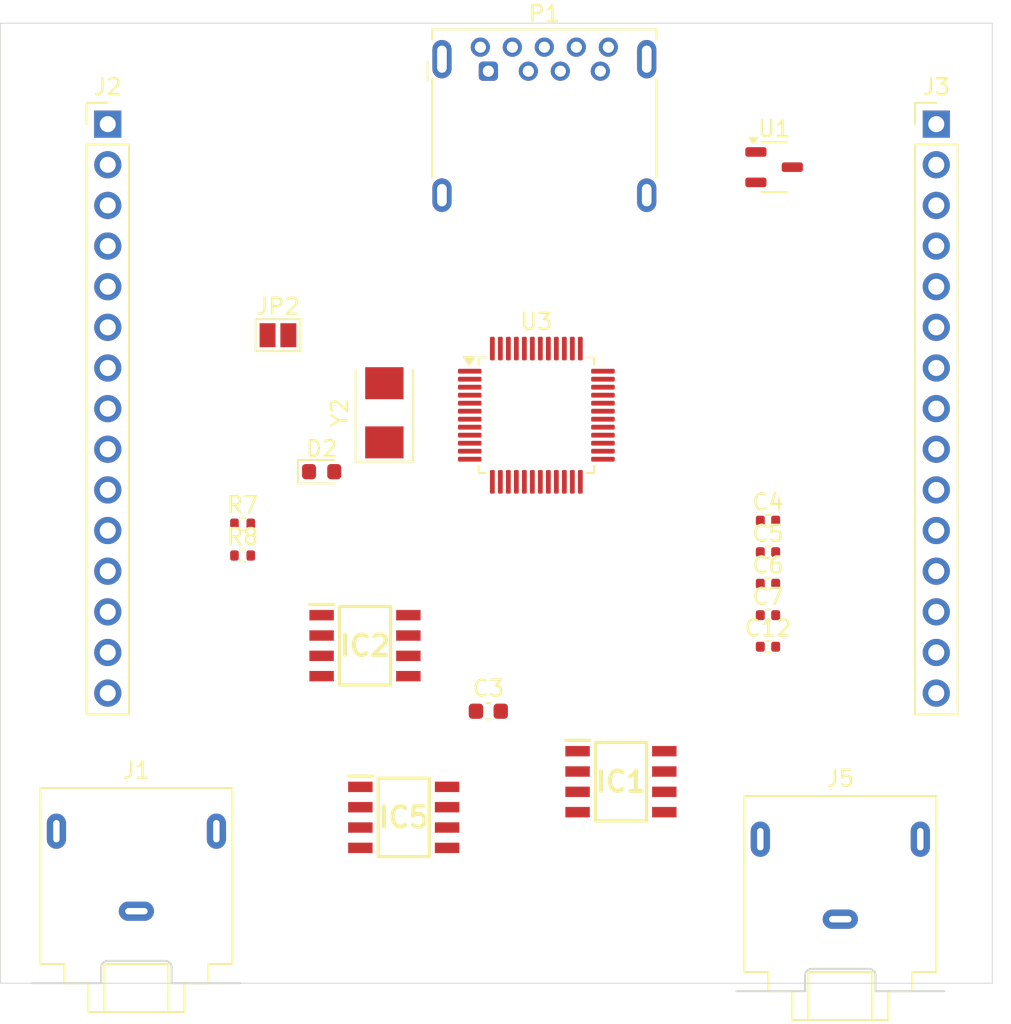
<source format=kicad_pcb>
(kicad_pcb (version 20240108) (generator "pcbnew") (generator_version "8.0")
  (layers (0 "F.Cu" signal) (31 "B.Cu" signal) (34 "B.Paste" user) (35 "F.Paste" user) (36 "B.SilkS" user "B.Silkscreen") (37 "F.SilkS" user "F.Silkscreen") (38 "B.Mask" user) (39 "F.Mask" user) (44 "Edge.Cuts" user))
  (net 0 "")
  (net 1 "+3.3V")
  (net 2 "Net-(IC3-VIN)")
  (net 3 "Net-(D2-A)")
  (net 5 "/Analog Front End/raw-audio")
  (net 7 "PB1")
  (net 8 "GND")
  (net 9 "PB2")
  (net 11 "Net-(IC1--IN)")
  (net 12 "PB8")
  (net 13 "PB5")
  (net 14 "SPI_SCK")
  (net 15 "SPI_CS_N_ADC")
  (net 16 "PB12")
  (net 17 "PB4")
  (net 18 "SPI_MISO")
  (net 19 "PB3")
  (net 20 "Vref")
  (net 21 "PB10")
  (net 22 "PB0")
  (net 23 "/Digital/analog-raw-audio")
  (net 24 "PB9")
  (net 25 "Net-(IC5--IN)")
  (net 26 "PB13")
  (net 27 "PB14")
  (net 31 "PB11")
  (net 32 "PB7")
  (net 33 "PB6")
  (net 34 "Net-(IC5-OUTPUT)")
  (net 35 "Net-(J1-PadS)")
  (net 36 "PA1")
  (net 37 "PA9")
  (net 38 "PA6")
  (net 39 "PA2")
  (net 40 "PA4")
  (net 41 "PA8")
  (net 42 "PA0")
  (net 43 "PA10")
  (net 44 "PA13")
  (net 45 "PA11")
  (net 46 "VDD")
  (net 47 "PA3")
  (net 48 "PA14")
  (net 49 "PA5")
  (net 50 "PA7")
  (net 51 "PA12")
  (net 52 "Net-(JP2-B)")
  (net 53 "/Digital/usb_data_p")
  (net 54 "/Digital/usb_data_n")
  (net 55 "Net-(U3-PD1)")
  (net 57 "SPI_CS_N_DAC")
  (net 58 "SPI_MOSI")
  (net 59 "Net-(U3-PD0)")
  (net 63 "PB15")
  (net 64 "+3.3VA")
  (footprint "LED_SMD:LED_0603_1608Metric" (layer "F.Cu") (at 133.08 102.03)
    (property "Reference" "D2" (at 0 -1.43 0) (layer "F.SilkS"))
    (property "Value" "BLUE")
    (fp_line (start -1.485 -0.735) (end -1.485 0.735) (stroke (width 0.12)) (layer "F.SilkS"))
    (fp_line (start -1.485 0.735) (end 0.8 0.735) (stroke (width 0.12)) (layer "F.SilkS"))
    (fp_line (start 0.8 -0.735) (end -1.485 -0.735) (stroke (width 0.12)) (layer "F.SilkS"))
    (pad "1" smd roundrect (at -0.7875 0) (size 0.875 0.95) (layers "F.Cu" "F.Paste" "F.Mask") (net 8 "GND"))
    (pad "2" smd roundrect (at 0.7875 0) (size 0.875 0.95) (layers "F.Cu" "F.Paste" "F.Mask") (net 3 "Net-(D2-A)"))
  )
  (footprint "Resistor_SMD:R_0402_1005Metric" (layer "F.Cu") (at 128.14 105.28)
    (property "Reference" "R7" (at 0 -1.17 0) (layer "F.SilkS"))
    (property "Value" "10k")
    (fp_line (start -0.153641 -0.38) (end 0.153641 -0.38) (stroke (width 0.12)) (layer "F.SilkS"))
    (fp_line (start -0.153641 0.38) (end 0.153641 0.38) (stroke (width 0.12)) (layer "F.SilkS"))
    (pad "1" smd roundrect (at -0.51 0) (size 0.54 0.64) (layers "F.Cu" "F.Paste" "F.Mask") (net 52 "Net-(JP2-B)"))
    (pad "2" smd roundrect (at 0.51 0) (size 0.54 0.64) (layers "F.Cu" "F.Paste" "F.Mask") (net 8 "GND"))
  )
  (footprint "Capacitor_SMD:C_0402_1005Metric" (layer "F.Cu") (at 160.98 111)
    (property "Reference" "C7" (at 0 -1.16 0) (layer "F.SilkS"))
    (property "Value" "100n")
    (fp_line (start -0.107836 -0.36) (end 0.107836 -0.36) (stroke (width 0.12)) (layer "F.SilkS"))
    (fp_line (start -0.107836 0.36) (end 0.107836 0.36) (stroke (width 0.12)) (layer "F.SilkS"))
    (pad "1" smd roundrect (at -0.48 0) (size 0.56 0.62) (layers "F.Cu" "F.Paste" "F.Mask") (net 1 "+3.3V"))
    (pad "2" smd roundrect (at 0.48 0) (size 0.56 0.62) (layers "F.Cu" "F.Paste" "F.Mask") (net 8 "GND"))
  )
  (footprint "Resistor_SMD:R_0402_1005Metric" (layer "F.Cu") (at 128.14 107.27)
    (property "Reference" "R8" (at 0 -1.17 0) (layer "F.SilkS"))
    (property "Value" "10k")
    (fp_line (start -0.153641 -0.38) (end 0.153641 -0.38) (stroke (width 0.12)) (layer "F.SilkS"))
    (fp_line (start -0.153641 0.38) (end 0.153641 0.38) (stroke (width 0.12)) (layer "F.SilkS"))
    (pad "1" smd roundrect (at -0.51 0) (size 0.54 0.64) (layers "F.Cu" "F.Paste" "F.Mask") (net 1 "+3.3V"))
    (pad "2" smd roundrect (at 0.51 0) (size 0.54 0.64) (layers "F.Cu" "F.Paste" "F.Mask") (net 53 "/Digital/usb_data_p"))
  )
  (footprint "Package_TO_SOT_SMD:SOT-23-3" (layer "F.Cu") (at 161.3625 83)
    (property "Reference" "U1" (at 0 -2.4 0) (layer "F.SilkS"))
    (property "Value" "XC6206PxxxMR")
    (fp_line (start 0 -1.56) (end -0.8 -1.56) (stroke (width 0.12)) (layer "F.SilkS"))
    (fp_line (start 0 -1.56) (end 0.8 -1.56) (stroke (width 0.12)) (layer "F.SilkS"))
    (fp_line (start 0 1.56) (end -0.8 1.56) (stroke (width 0.12)) (layer "F.SilkS"))
    (fp_line (start 0 1.56) (end 0.8 1.56) (stroke (width 0.12)) (layer "F.SilkS"))
    (fp_poly (pts (xy -1.3 -1.51) (xy -1.54 -1.84) (xy -1.06 -1.84) (xy -1.3 -1.51)) (stroke (width 0.12)) (fill solid) (layer "F.SilkS"))
    (pad "1" smd roundrect (at -1.1375 -0.95) (size 1.325 0.6) (layers "F.Cu" "F.Paste" "F.Mask") (net 8 "GND"))
    (pad "2" smd roundrect (at -1.1375 0.95) (size 1.325 0.6) (layers "F.Cu" "F.Paste" "F.Mask") (net 1 "+3.3V"))
    (pad "3" smd roundrect (at 1.1375 0) (size 1.325 0.6) (layers "F.Cu" "F.Paste" "F.Mask") (net 46 "VDD"))
  )
  (footprint "Capacitor_SMD:C_0402_1005Metric" (layer "F.Cu") (at 160.98 109.03)
    (property "Reference" "C6" (at 0 -1.16 0) (layer "F.SilkS"))
    (property "Value" "100n")
    (fp_line (start -0.107836 -0.36) (end 0.107836 -0.36) (stroke (width 0.12)) (layer "F.SilkS"))
    (fp_line (start -0.107836 0.36) (end 0.107836 0.36) (stroke (width 0.12)) (layer "F.SilkS"))
    (pad "1" smd roundrect (at -0.48 0) (size 0.56 0.62) (layers "F.Cu" "F.Paste" "F.Mask") (net 1 "+3.3V"))
    (pad "2" smd roundrect (at 0.48 0) (size 0.56 0.62) (layers "F.Cu" "F.Paste" "F.Mask") (net 8 "GND"))
  )
  (footprint "Capacitor_SMD:C_0603_1608Metric" (layer "F.Cu") (at 143.5 117)
    (property "Reference" "C3" (at 0 -1.43 0) (layer "F.SilkS"))
    (property "Value" "4u7")
    (fp_line (start -0.14058 -0.51) (end 0.14058 -0.51) (stroke (width 0.12)) (layer "F.SilkS"))
    (fp_line (start -0.14058 0.51) (end 0.14058 0.51) (stroke (width 0.12)) (layer "F.SilkS"))
    (pad "1" smd roundrect (at -0.775 0) (size 0.9 0.95) (layers "F.Cu" "F.Paste" "F.Mask") (net 1 "+3.3V"))
    (pad "2" smd roundrect (at 0.775 0) (size 0.9 0.95) (layers "F.Cu" "F.Paste" "F.Mask") (net 8 "GND"))
  )
  (footprint "Crystal:Crystal_SMD_5032-2Pin_5.0x3.2mm" (layer "F.Cu") (at 137 98.35 90)
    (property "Reference" "Y2" (at 0 -2.8 90) (layer "F.SilkS"))
    (property "Value" "8MHz")
    (fp_line (start 2.7 -1.8) (end -3.05 -1.8) (stroke (width 0.12)) (layer "F.SilkS"))
    (fp_line (start -3.05 -1.8) (end -3.05 1.8) (stroke (width 0.12)) (layer "F.SilkS"))
    (fp_line (start -3.05 1.8) (end 2.7 1.8) (stroke (width 0.12)) (layer "F.SilkS"))
    (pad "1" smd rect (at -1.85 0 90) (size 2 2.4) (layers "F.Cu" "F.Paste" "F.Mask") (net 59 "Net-(U3-PD0)"))
    (pad "2" smd rect (at 1.85 0 90) (size 2 2.4) (layers "F.Cu" "F.Paste" "F.Mask") (net 55 "Net-(U3-PD1)"))
  )
  (footprint "Connector_Audio:Jack_3.5mm_CUI_SJ1-3523N_Horizontal" (layer "F.Cu") (at 165.5 130)
    (property "Reference" "J5" (at 0 -8.8 0) (layer "F.SilkS"))
    (property "Value" "Output Jack")
    (fp_line (start -6 -7.7) (end 6 -7.7) (stroke (width 0.12)) (layer "F.SilkS"))
    (fp_line (start -6 3.3) (end -6 -7.7) (stroke (width 0.12)) (layer "F.SilkS"))
    (fp_line (start -4.5 3.3) (end -6 3.3) (stroke (width 0.12)) (layer "F.SilkS"))
    (fp_line (start -4.5 4.5) (end -4.5 3.3) (stroke (width 0.12)) (layer "F.SilkS"))
    (fp_line (start -3 4.5) (end -4.5 4.5) (stroke (width 0.12)) (layer "F.SilkS"))
    (fp_line (start -3 6.3) (end -3 4.5) (stroke (width 0.12)) (layer "F.SilkS"))
    (fp_line (start -2 3.3) (end -2 6.3) (stroke (width 0.12)) (layer "F.SilkS"))
    (fp_line (start 2 3.3) (end -2 3.3) (stroke (width 0.12)) (layer "F.SilkS"))
    (fp_line (start 2 6.3) (end 2 3.3) (stroke (width 0.12)) (layer "F.SilkS"))
    (fp_line (start 3 4.5) (end 3 6.3) (stroke (width 0.12)) (layer "F.SilkS"))
    (fp_line (start 3 6.3) (end -3 6.3) (stroke (width 0.12)) (layer "F.SilkS"))
    (fp_line (start 4.5 3.3) (end 4.5 4.5) (stroke (width 0.12)) (layer "F.SilkS"))
    (fp_line (start 4.5 4.5) (end 3 4.5) (stroke (width 0.12)) (layer "F.SilkS"))
    (fp_line (start 6 -7.7) (end 6 3.3) (stroke (width 0.12)) (layer "F.SilkS"))
    (fp_line (start 6 3.3) (end 4.5 3.3) (stroke (width 0.12)) (layer "F.SilkS"))
    (fp_line (start -2.2 3.5) (end -2.2 4.5) (stroke (width 0.12)) (layer "Edge.Cuts"))
    (fp_line (start -2.2 4.5) (end -6.5 4.5) (stroke (width 0.12)) (layer "Edge.Cuts"))
    (fp_line (start 1.8 3.1) (end -1.8 3.1) (stroke (width 0.12)) (layer "Edge.Cuts"))
    (fp_line (start 2.2 3.5) (end 2.2 4.5) (stroke (width 0.12)) (layer "Edge.Cuts"))
    (fp_line (start 2.2 4.5) (end 6.5 4.5) (stroke (width 0.12)) (layer "Edge.Cuts"))
    (fp_arc (start -2.2 3.5) (mid -2.082842 3.217158) (end -1.8 3.1) (stroke (width 0.12)) (layer "Edge.Cuts"))
    (fp_arc (start 1.8 3.1) (mid 2.082843 3.217157) (end 2.2 3.5) (stroke (width 0.12)) (layer "Edge.Cuts"))
    (pad "" np_thru_hole circle (at -5 0) (size 1.2 1.2) (drill 1.2) (layers "F&B.Cu" "*.Mask"))
    (pad "" np_thru_hole circle (at -5 2.5) (size 1.2 1.2) (drill 1.2) (layers "F&B.Cu" "*.Mask"))
    (pad "" np_thru_hole circle (at 0 -5) (size 1.2 1.2) (drill 1.2) (layers "F&B.Cu" "*.Mask"))
    (pad "" np_thru_hole circle (at 5 0) (size 1.2 1.2) (drill 1.2) (layers "F&B.Cu" "*.Mask"))
    (pad "" np_thru_hole circle (at 5 2.5) (size 1.2 1.2) (drill 1.2) (layers "F&B.Cu" "*.Mask"))
    (pad "R" thru_hole oval (at -5 -5) (size 1.2 2.2) (drill oval 0.4 1.4) (layers "*.Cu" "*.Mask"))
    (pad "S" thru_hole oval (at 0 0) (size 2.2 1.2) (drill oval 1.4 0.4) (layers "*.Cu" "*.Mask") (net 34 "Net-(IC5-OUTPUT)"))
    (pad "T" thru_hole oval (at 5 -5 180) (size 1.2 2.2) (drill oval 0.4 1.4) (layers "*.Cu" "*.Mask") (net 8 "GND"))
  )
  (footprint "cagil_footprint_library:SOIC127P600X175-8N" (layer "F.Cu") (at 138.211 123.635)
    (property "Reference" "IC5" (at 0 0 0) (layer "F.SilkS") (effects (font (size 1.27 1.27) (thickness 0.254))))
    (property "Value" "OPA134UA_2K5" (hide yes))
    (fp_line (start -3.475 -2.58) (end -1.948 -2.58) (stroke (width 0.2)) (layer "F.SilkS"))
    (fp_line (start -1.598 -2.452) (end 1.598 -2.452) (stroke (width 0.2)) (layer "F.SilkS"))
    (fp_line (start -1.598 2.452) (end -1.598 -2.452) (stroke (width 0.2)) (layer "F.SilkS"))
    (fp_line (start 1.598 -2.452) (end 1.598 2.452) (stroke (width 0.2)) (layer "F.SilkS"))
    (fp_line (start 1.598 2.452) (end -1.598 2.452) (stroke (width 0.2)) (layer "F.SilkS"))
    (pad "1" smd rect (at -2.711 -1.905 90) (size 0.65 1.528) (layers "F.Cu" "F.Paste" "F.Mask"))
    (pad "2" smd rect (at -2.711 -0.635 90) (size 0.65 1.528) (layers "F.Cu" "F.Paste" "F.Mask") (net 25 "Net-(IC5--IN)"))
    (pad "3" smd rect (at -2.711 0.635 90) (size 0.65 1.528) (layers "F.Cu" "F.Paste" "F.Mask") (net 8 "GND"))
    (pad "4" smd rect (at -2.711 1.905 90) (size 0.65 1.528) (layers "F.Cu" "F.Paste" "F.Mask") (net 8 "GND"))
    (pad "5" smd rect (at 2.711 1.905 90) (size 0.65 1.528) (layers "F.Cu" "F.Paste" "F.Mask"))
    (pad "6" smd rect (at 2.711 0.635 90) (size 0.65 1.528) (layers "F.Cu" "F.Paste" "F.Mask") (net 34 "Net-(IC5-OUTPUT)"))
    (pad "7" smd rect (at 2.711 -0.635 90) (size 0.65 1.528) (layers "F.Cu" "F.Paste" "F.Mask") (net 64 "+3.3VA"))
    (pad "8" smd rect (at 2.711 -1.905 90) (size 0.65 1.528) (layers "F.Cu" "F.Paste" "F.Mask"))
  )
  (footprint "Connector_PinHeader_2.54mm:PinHeader_1x15_P2.54mm_Vertical" (layer "F.Cu") (at 119.71 80.31)
    (property "Reference" "J2" (at 0 -2.33 0) (layer "F.SilkS"))
    (property "Value" "Conn_01x15")
    (fp_line (start -1.33 -1.33) (end 0 -1.33) (stroke (width 0.12)) (layer "F.SilkS"))
    (fp_line (start -1.33 0) (end -1.33 -1.33) (stroke (width 0.12)) (layer "F.SilkS"))
    (fp_line (start -1.33 1.27) (end -1.33 36.89) (stroke (width 0.12)) (layer "F.SilkS"))
    (fp_line (start -1.33 1.27) (end 1.33 1.27) (stroke (width 0.12)) (layer "F.SilkS"))
    (fp_line (start -1.33 36.89) (end 1.33 36.89) (stroke (width 0.12)) (layer "F.SilkS"))
    (fp_line (start 1.33 1.27) (end 1.33 36.89) (stroke (width 0.12)) (layer "F.SilkS"))
    (pad "1" thru_hole rect (at 0 0) (size 1.7 1.7) (drill 1) (layers "*.Cu" "*.Mask") (net 22 "PB0"))
    (pad "2" thru_hole oval (at 0 2.54) (size 1.7 1.7) (drill 1) (layers "*.Cu" "*.Mask") (net 7 "PB1"))
    (pad "3" thru_hole oval (at 0 5.08) (size 1.7 1.7) (drill 1) (layers "*.Cu" "*.Mask") (net 9 "PB2"))
    (pad "4" thru_hole oval (at 0 7.62) (size 1.7 1.7) (drill 1) (layers "*.Cu" "*.Mask") (net 19 "PB3"))
    (pad "5" thru_hole oval (at 0 10.16) (size 1.7 1.7) (drill 1) (layers "*.Cu" "*.Mask") (net 17 "PB4"))
    (pad "6" thru_hole oval (at 0 12.7) (size 1.7 1.7) (drill 1) (layers "*.Cu" "*.Mask") (net 13 "PB5"))
    (pad "7" thru_hole oval (at 0 15.24) (size 1.7 1.7) (drill 1) (layers "*.Cu" "*.Mask") (net 33 "PB6"))
    (pad "8" thru_hole oval (at 0 17.78) (size 1.7 1.7) (drill 1) (layers "*.Cu" "*.Mask") (net 32 "PB7"))
    (pad "9" thru_hole oval (at 0 20.32) (size 1.7 1.7) (drill 1) (layers "*.Cu" "*.Mask") (net 12 "PB8"))
    (pad "10" thru_hole oval (at 0 22.86) (size 1.7 1.7) (drill 1) (layers "*.Cu" "*.Mask") (net 24 "PB9"))
    (pad "11" thru_hole oval (at 0 25.4) (size 1.7 1.7) (drill 1) (layers "*.Cu" "*.Mask") (net 21 "PB10"))
    (pad "12" thru_hole oval (at 0 27.94) (size 1.7 1.7) (drill 1) (layers "*.Cu" "*.Mask") (net 31 "PB11"))
    (pad "13" thru_hole oval (at 0 30.48) (size 1.7 1.7) (drill 1) (layers "*.Cu" "*.Mask") (net 16 "PB12"))
    (pad "14" thru_hole oval (at 0 33.02) (size 1.7 1.7) (drill 1) (layers "*.Cu" "*.Mask") (net 26 "PB13"))
    (pad "15" thru_hole oval (at 0 35.56) (size 1.7 1.7) (drill 1) (layers "*.Cu" "*.Mask") (net 27 "PB14"))
  )
  (footprint "Connector_USB:USB3_A_Molex_48393-001" (layer "F.Cu") (at 143.5 77)
    (property "Reference" "P1" (at 3.5 -3.6 360) (layer "F.SilkS"))
    (property "Value" "USB_C_Plug_USB2.0")
    (fp_line (start -3.8 -0.6) (end -3.8 0.6) (stroke (width 0.12)) (layer "F.SilkS"))
    (fp_line (start -3.51 -2.61) (end -3.51 -2) (stroke (width 0.12)) (layer "F.SilkS"))
    (fp_line (start -3.51 -2.61) (end 10.51 -2.61) (stroke (width 0.12)) (layer "F.SilkS"))
    (fp_line (start -3.51 6.65) (end -3.51 0.5) (stroke (width 0.12)) (layer "F.SilkS"))
    (fp_line (start 10.51 -2.61) (end 10.51 -2) (stroke (width 0.12)) (layer "F.SilkS"))
    (fp_line (start 10.51 6.65) (end 10.51 0.5) (stroke (width 0.12)) (layer "F.SilkS"))
    (pad "1" thru_hole roundrect (at 0 0) (size 1.2 1.2) (drill 0.7) (layers "*.Cu" "*.Mask") (roundrect_rratio 0.2083333333))
    (pad "2" thru_hole circle (at 2.5 0) (size 1.2 1.2) (drill 0.7) (layers "*.Cu" "*.Mask"))
    (pad "3" thru_hole circle (at 4.5 0) (size 1.2 1.2) (drill 0.7) (layers "*.Cu" "*.Mask"))
    (pad "4" thru_hole circle (at 7 0) (size 1.2 1.2) (drill 0.7) (layers "*.Cu" "*.Mask"))
    (pad "5" thru_hole circle (at 7.5 -1.5) (size 1.2 1.2) (drill 0.7) (layers "*.Cu" "*.Mask"))
    (pad "6" thru_hole circle (at 5.5 -1.5) (size 1.2 1.2) (drill 0.7) (layers "*.Cu" "*.Mask"))
    (pad "7" thru_hole circle (at 3.5 -1.5) (size 1.2 1.2) (drill 0.7) (layers "*.Cu" "*.Mask"))
    (pad "8" thru_hole circle (at 1.5 -1.5) (size 1.2 1.2) (drill 0.7) (layers "*.Cu" "*.Mask"))
    (pad "9" thru_hole circle (at -0.5 -1.5) (size 1.2 1.2) (drill 0.7) (layers "*.Cu" "*.Mask"))
    (pad "10" thru_hole oval (at -2.9 -0.75) (size 1.2 2.4) (drill oval 0.6 1.7) (layers "*.Cu" "*.Mask"))
    (pad "10" thru_hole oval (at -2.9 7.75) (size 1.2 2.1) (drill oval 0.6 1.4) (layers "*.Cu" "*.Mask"))
    (pad "10" thru_hole oval (at 9.9 -0.75) (size 1.2 2.4) (drill oval 0.6 1.7) (layers "*.Cu" "*.Mask"))
    (pad "10" thru_hole oval (at 9.9 7.75) (size 1.2 2.1) (drill oval 0.6 1.4) (layers "*.Cu" "*.Mask"))
  )
  (footprint "Connector_Audio:Jack_3.5mm_CUI_SJ1-3523N_Horizontal" (layer "F.Cu") (at 121.5 129.5)
    (property "Reference" "J1" (at 0 -8.8 0) (layer "F.SilkS"))
    (property "Value" "Input Jack")
    (fp_line (start -6 -7.7) (end 6 -7.7) (stroke (width 0.12)) (layer "F.SilkS"))
    (fp_line (start -6 3.3) (end -6 -7.7) (stroke (width 0.12)) (layer "F.SilkS"))
    (fp_line (start -4.5 3.3) (end -6 3.3) (stroke (width 0.12)) (layer "F.SilkS"))
    (fp_line (start -4.5 4.5) (end -4.5 3.3) (stroke (width 0.12)) (layer "F.SilkS"))
    (fp_line (start -3 4.5) (end -4.5 4.5) (stroke (width 0.12)) (layer "F.SilkS"))
    (fp_line (start -3 6.3) (end -3 4.5) (stroke (width 0.12)) (layer "F.SilkS"))
    (fp_line (start -2 3.3) (end -2 6.3) (stroke (width 0.12)) (layer "F.SilkS"))
    (fp_line (start 2 3.3) (end -2 3.3) (stroke (width 0.12)) (layer "F.SilkS"))
    (fp_line (start 2 6.3) (end 2 3.3) (stroke (width 0.12)) (layer "F.SilkS"))
    (fp_line (start 3 4.5) (end 3 6.3) (stroke (width 0.12)) (layer "F.SilkS"))
    (fp_line (start 3 6.3) (end -3 6.3) (stroke (width 0.12)) (layer "F.SilkS"))
    (fp_line (start 4.5 3.3) (end 4.5 4.5) (stroke (width 0.12)) (layer "F.SilkS"))
    (fp_line (start 4.5 4.5) (end 3 4.5) (stroke (width 0.12)) (layer "F.SilkS"))
    (fp_line (start 6 -7.7) (end 6 3.3) (stroke (width 0.12)) (layer "F.SilkS"))
    (fp_line (start 6 3.3) (end 4.5 3.3) (stroke (width 0.12)) (layer "F.SilkS"))
    (fp_line (start -2.2 3.5) (end -2.2 4.5) (stroke (width 0.12)) (layer "Edge.Cuts"))
    (fp_line (start -2.2 4.5) (end -6.5 4.5) (stroke (width 0.12)) (layer "Edge.Cuts"))
    (fp_line (start 1.8 3.1) (end -1.8 3.1) (stroke (width 0.12)) (layer "Edge.Cuts"))
    (fp_line (start 2.2 3.5) (end 2.2 4.5) (stroke (width 0.12)) (layer "Edge.Cuts"))
    (fp_line (start 2.2 4.5) (end 6.5 4.5) (stroke (width 0.12)) (layer "Edge.Cuts"))
    (fp_arc (start -2.2 3.5) (mid -2.082842 3.217158) (end -1.8 3.1) (stroke (width 0.12)) (layer "Edge.Cuts"))
    (fp_arc (start 1.8 3.1) (mid 2.082843 3.217157) (end 2.2 3.5) (stroke (width 0.12)) (layer "Edge.Cuts"))
    (pad "" np_thru_hole circle (at -5 0) (size 1.2 1.2) (drill 1.2) (layers "F&B.Cu" "*.Mask"))
    (pad "" np_thru_hole circle (at -5 2.5) (size 1.2 1.2) (drill 1.2) (layers "F&B.Cu" "*.Mask"))
    (pad "" np_thru_hole circle (at 0 -5) (size 1.2 1.2) (drill 1.2) (layers "F&B.Cu" "*.Mask"))
    (pad "" np_thru_hole circle (at 5 0) (size 1.2 1.2) (drill 1.2) (layers "F&B.Cu" "*.Mask"))
    (pad "" np_thru_hole circle (at 5 2.5) (size 1.2 1.2) (drill 1.2) (layers "F&B.Cu" "*.Mask"))
    (pad "R" thru_hole oval (at -5 -5) (size 1.2 2.2) (drill oval 0.4 1.4) (layers "*.Cu" "*.Mask"))
    (pad "S" thru_hole oval (at 0 0) (size 2.2 1.2) (drill oval 1.4 0.4) (layers "*.Cu" "*.Mask") (net 35 "Net-(J1-PadS)"))
    (pad "T" thru_hole oval (at 5 -5 180) (size 1.2 2.2) (drill oval 0.4 1.4) (layers "*.Cu" "*.Mask") (net 8 "GND"))
  )
  (footprint "Package_QFP:LQFP-48_7x7mm_P0.5mm" (layer "F.Cu") (at 146.5 98.5)
    (property "Reference" "U3" (at 0 -5.85 0) (layer "F.SilkS"))
    (property "Value" "STM32F103C8Tx")
    (fp_line (start -3.61 -3.61) (end -3.61 -3.16) (stroke (width 0.12)) (layer "F.SilkS"))
    (fp_line (start -3.61 3.61) (end -3.61 3.16) (stroke (width 0.12)) (layer "F.SilkS"))
    (fp_line (start -3.16 -3.61) (end -3.61 -3.61) (stroke (width 0.12)) (layer "F.SilkS"))
    (fp_line (start -3.16 3.61) (end -3.61 3.61) (stroke (width 0.12)) (layer "F.SilkS"))
    (fp_line (start 3.16 -3.61) (end 3.61 -3.61) (stroke (width 0.12)) (layer "F.SilkS"))
    (fp_line (start 3.16 3.61) (end 3.61 3.61) (stroke (width 0.12)) (layer "F.SilkS"))
    (fp_line (start 3.61 -3.61) (end 3.61 -3.16) (stroke (width 0.12)) (layer "F.SilkS"))
    (fp_line (start 3.61 3.61) (end 3.61 3.16) (stroke (width 0.12)) (layer "F.SilkS"))
    (fp_poly (pts (xy -4.2 -3.16) (xy -4.54 -3.63) (xy -3.86 -3.63) (xy -4.2 -3.16)) (stroke (width 0.12)) (fill solid) (layer "F.SilkS"))
    (pad "1" smd roundrect (at -4.1625 -2.75) (size 1.475 0.3) (layers "F.Cu" "F.Paste" "F.Mask") (net 1 "+3.3V"))
    (pad "2" smd roundrect (at -4.1625 -2.25) (size 1.475 0.3) (layers "F.Cu" "F.Paste" "F.Mask"))
    (pad "3" smd roundrect (at -4.1625 -1.75) (size 1.475 0.3) (layers "F.Cu" "F.Paste" "F.Mask"))
    (pad "4" smd roundrect (at -4.1625 -1.25) (size 1.475 0.3) (layers "F.Cu" "F.Paste" "F.Mask"))
    (pad "5" smd roundrect (at -4.1625 -0.75) (size 1.475 0.3) (layers "F.Cu" "F.Paste" "F.Mask") (net 59 "Net-(U3-PD0)"))
    (pad "6" smd roundrect (at -4.1625 -0.25) (size 1.475 0.3) (layers "F.Cu" "F.Paste" "F.Mask") (net 55 "Net-(U3-PD1)"))
    (pad "7" smd roundrect (at -4.1625 0.25) (size 1.475 0.3) (layers "F.Cu" "F.Paste" "F.Mask"))
    (pad "8" smd roundrect (at -4.1625 0.75) (size 1.475 0.3) (layers "F.Cu" "F.Paste" "F.Mask") (net 8 "GND"))
    (pad "9" smd roundrect (at -4.1625 1.25) (size 1.475 0.3) (layers "F.Cu" "F.Paste" "F.Mask") (net 64 "+3.3VA"))
    (pad "10" smd roundrect (at -4.1625 1.75) (size 1.475 0.3) (layers "F.Cu" "F.Paste" "F.Mask") (net 42 "PA0"))
    (pad "11" smd roundrect (at -4.1625 2.25) (size 1.475 0.3) (layers "F.Cu" "F.Paste" "F.Mask") (net 36 "PA1"))
    (pad "12" smd roundrect (at -4.1625 2.75) (size 1.475 0.3) (layers "F.Cu" "F.Paste" "F.Mask") (net 39 "PA2"))
    (pad "13" smd roundrect (at -2.75 4.1625) (size 0.3 1.475) (layers "F.Cu" "F.Paste" "F.Mask") (net 15 "SPI_CS_N_ADC"))
    (pad "14" smd roundrect (at -2.25 4.1625) (size 0.3 1.475) (layers "F.Cu" "F.Paste" "F.Mask") (net 57 "SPI_CS_N_DAC"))
    (pad "15" smd roundrect (at -1.75 4.1625) (size 0.3 1.475) (layers "F.Cu" "F.Paste" "F.Mask") (net 14 "SPI_SCK"))
    (pad "16" smd roundrect (at -1.25 4.1625) (size 0.3 1.475) (layers "F.Cu" "F.Paste" "F.Mask") (net 18 "SPI_MISO"))
    (pad "17" smd roundrect (at -0.75 4.1625) (size 0.3 1.475) (layers "F.Cu" "F.Paste" "F.Mask") (net 58 "SPI_MOSI"))
    (pad "18" smd roundrect (at -0.25 4.1625) (size 0.3 1.475) (layers "F.Cu" "F.Paste" "F.Mask") (net 22 "PB0"))
    (pad "19" smd roundrect (at 0.25 4.1625) (size 0.3 1.475) (layers "F.Cu" "F.Paste" "F.Mask") (net 7 "PB1"))
    (pad "20" smd roundrect (at 0.75 4.1625) (size 0.3 1.475) (layers "F.Cu" "F.Paste" "F.Mask") (net 9 "PB2"))
    (pad "21" smd roundrect (at 1.25 4.1625) (size 0.3 1.475) (layers "F.Cu" "F.Paste" "F.Mask") (net 21 "PB10"))
    (pad "22" smd roundrect (at 1.75 4.1625) (size 0.3 1.475) (layers "F.Cu" "F.Paste" "F.Mask") (net 31 "PB11"))
    (pad "23" smd roundrect (at 2.25 4.1625) (size 0.3 1.475) (layers "F.Cu" "F.Paste" "F.Mask") (net 8 "GND"))
    (pad "24" smd roundrect (at 2.75 4.1625) (size 0.3 1.475) (layers "F.Cu" "F.Paste" "F.Mask") (net 1 "+3.3V"))
    (pad "25" smd roundrect (at 4.1625 2.75) (size 1.475 0.3) (layers "F.Cu" "F.Paste" "F.Mask") (net 16 "PB12"))
    (pad "26" smd roundrect (at 4.1625 2.25) (size 1.475 0.3) (layers "F.Cu" "F.Paste" "F.Mask") (net 26 "PB13"))
    (pad "27" smd roundrect (at 4.1625 1.75) (size 1.475 0.3) (layers "F.Cu" "F.Paste" "F.Mask") (net 27 "PB14"))
    (pad "28" smd roundrect (at 4.1625 1.25) (size 1.475 0.3) (layers "F.Cu" "F.Paste" "F.Mask") (net 63 "PB15"))
    (pad "29" smd roundrect (at 4.1625 0.75) (size 1.475 0.3) (layers "F.Cu" "F.Paste" "F.Mask") (net 41 "PA8"))
    (pad "30" smd roundrect (at 4.1625 0.25) (size 1.475 0.3) (layers "F.Cu" "F.Paste" "F.Mask") (net 37 "PA9"))
    (pad "31" smd roundrect (at 4.1625 -0.25) (size 1.475 0.3) (layers "F.Cu" "F.Paste" "F.Mask") (net 43 "PA10"))
    (pad "32" smd roundrect (at 4.1625 -0.75) (size 1.475 0.3) (layers "F.Cu" "F.Paste" "F.Mask") (net 45 "PA11"))
    (pad "33" smd roundrect (at 4.1625 -1.25) (size 1.475 0.3) (layers "F.Cu" "F.Paste" "F.Mask") (net 3 "Net-(D2-A)"))
    (pad "34" smd roundrect (at 4.1625 -1.75) (size 1.475 0.3) (layers "F.Cu" "F.Paste" "F.Mask") (net 44 "PA13"))
    (pad "35" smd roundrect (at 4.1625 -2.25) (size 1.475 0.3) (layers "F.Cu" "F.Paste" "F.Mask") (net 8 "GND"))
    (pad "36" smd roundrect (at 4.1625 -2.75) (size 1.475 0.3) (layers "F.Cu" "F.Paste" "F.Mask") (net 1 "+3.3V"))
    (pad "37" smd roundrect (at 2.75 -4.1625) (size 0.3 1.475) (layers "F.Cu" "F.Paste" "F.Mask") (net 54 "/Digital/usb_data_n"))
    (pad "38" smd roundrect (at 2.25 -4.1625) (size 0.3 1.475) (layers "F.Cu" "F.Paste" "F.Mask") (net 53 "/Digital/usb_data_p"))
    (pad "39" smd roundrect (at 1.75 -4.1625) (size 0.3 1.475) (layers "F.Cu" "F.Paste" "F.Mask") (net 19 "PB3"))
    (pad "40" smd roundrect (at 1.25 -4.1625) (size 0.3 1.475) (layers "F.Cu" "F.Paste" "F.Mask") (net 17 "PB4"))
    (pad "41" smd roundrect (at 0.75 -4.1625) (size 0.3 1.475) (layers "F.Cu" "F.Paste" "F.Mask") (net 13 "PB5"))
    (pad "42" smd roundrect (at 0.25 -4.1625) (size 0.3 1.475) (layers "F.Cu" "F.Paste" "F.Mask") (net 33 "PB6"))
    (pad "43" smd roundrect (at -0.25 -4.1625) (size 0.3 1.475) (layers "F.Cu" "F.Paste" "F.Mask") (net 32 "PB7"))
    (pad "44" smd roundrect (at -0.75 -4.1625) (size 0.3 1.475) (layers "F.Cu" "F.Paste" "F.Mask") (net 52 "Net-(JP2-B)"))
    (pad "45" smd roundrect (at -1.25 -4.1625) (size 0.3 1.475) (layers "F.Cu" "F.Paste" "F.Mask") (net 12 "PB8"))
    (pad "46" smd roundrect (at -1.75 -4.1625) (size 0.3 1.475) (layers "F.Cu" "F.Paste" "F.Mask") (net 24 "PB9"))
    (pad "47" smd roundrect (at -2.25 -4.1625) (size 0.3 1.475) (layers "F.Cu" "F.Paste" "F.Mask") (net 8 "GND"))
    (pad "48" smd roundrect (at -2.75 -4.1625) (size 0.3 1.475) (layers "F.Cu" "F.Paste" "F.Mask") (net 1 "+3.3V"))
  )
  (footprint "cagil_footprint_library:SOIC127P600X175-8N" (layer "F.Cu") (at 151.789 121.405)
    (property "Reference" "IC1" (at 0 0 0) (layer "F.SilkS") (effects (font (size 1.27 1.27) (thickness 0.254))))
    (property "Value" "OPA134UA_2K5" (hide yes))
    (fp_line (start -3.475 -2.58) (end -1.948 -2.58) (stroke (width 0.2)) (layer "F.SilkS"))
    (fp_line (start -1.598 -2.452) (end 1.598 -2.452) (stroke (width 0.2)) (layer "F.SilkS"))
    (fp_line (start -1.598 2.452) (end -1.598 -2.452) (stroke (width 0.2)) (layer "F.SilkS"))
    (fp_line (start 1.598 -2.452) (end 1.598 2.452) (stroke (width 0.2)) (layer "F.SilkS"))
    (fp_line (start 1.598 2.452) (end -1.598 2.452) (stroke (width 0.2)) (layer "F.SilkS"))
    (pad "1" smd rect (at -2.711 -1.905 90) (size 0.65 1.528) (layers "F.Cu" "F.Paste" "F.Mask"))
    (pad "2" smd rect (at -2.711 -0.635 90) (size 0.65 1.528) (layers "F.Cu" "F.Paste" "F.Mask") (net 11 "Net-(IC1--IN)"))
    (pad "3" smd rect (at -2.711 0.635 90) (size 0.65 1.528) (layers "F.Cu" "F.Paste" "F.Mask") (net 8 "GND"))
    (pad "4" smd rect (at -2.711 1.905 90) (size 0.65 1.528) (layers "F.Cu" "F.Paste" "F.Mask") (net 8 "GND"))
    (pad "5" smd rect (at 2.711 1.905 90) (size 0.65 1.528) (layers "F.Cu" "F.Paste" "F.Mask"))
    (pad "6" smd rect (at 2.711 0.635 90) (size 0.65 1.528) (layers "F.Cu" "F.Paste" "F.Mask") (net 5 "/Analog Front End/raw-audio"))
    (pad "7" smd rect (at 2.711 -0.635 90) (size 0.65 1.528) (layers "F.Cu" "F.Paste" "F.Mask") (net 64 "+3.3VA"))
    (pad "8" smd rect (at 2.711 -1.905 90) (size 0.65 1.528) (layers "F.Cu" "F.Paste" "F.Mask"))
  )
  (footprint "Capacitor_SMD:C_0402_1005Metric" (layer "F.Cu") (at 160.98 112.97)
    (property "Reference" "C12" (at 0 -1.16 0) (layer "F.SilkS"))
    (property "Value" "100n")
    (fp_line (start -0.107836 -0.36) (end 0.107836 -0.36) (stroke (width 0.12)) (layer "F.SilkS"))
    (fp_line (start -0.107836 0.36) (end 0.107836 0.36) (stroke (width 0.12)) (layer "F.SilkS"))
    (pad "1" smd roundrect (at -0.48 0) (size 0.56 0.62) (layers "F.Cu" "F.Paste" "F.Mask") (net 2 "Net-(IC3-VIN)"))
    (pad "2" smd roundrect (at 0.48 0) (size 0.56 0.62) (layers "F.Cu" "F.Paste" "F.Mask") (net 1 "+3.3V"))
  )
  (footprint "Connector_PinHeader_2.54mm:PinHeader_1x15_P2.54mm_Vertical" (layer "F.Cu") (at 171.5 80.31)
    (property "Reference" "J3" (at 0 -2.33 0) (layer "F.SilkS"))
    (property "Value" "Conn_01x15")
    (fp_line (start -1.33 -1.33) (end 0 -1.33) (stroke (width 0.12)) (layer "F.SilkS"))
    (fp_line (start -1.33 0) (end -1.33 -1.33) (stroke (width 0.12)) (layer "F.SilkS"))
    (fp_line (start -1.33 1.27) (end -1.33 36.89) (stroke (width 0.12)) (layer "F.SilkS"))
    (fp_line (start -1.33 1.27) (end 1.33 1.27) (stroke (width 0.12)) (layer "F.SilkS"))
    (fp_line (start -1.33 36.89) (end 1.33 36.89) (stroke (width 0.12)) (layer "F.SilkS"))
    (fp_line (start 1.33 1.27) (end 1.33 36.89) (stroke (width 0.12)) (layer "F.SilkS"))
    (pad "1" thru_hole rect (at 0 0) (size 1.7 1.7) (drill 1) (layers "*.Cu" "*.Mask") (net 42 "PA0"))
    (pad "2" thru_hole oval (at 0 2.54) (size 1.7 1.7) (drill 1) (layers "*.Cu" "*.Mask") (net 36 "PA1"))
    (pad "3" thru_hole oval (at 0 5.08) (size 1.7 1.7) (drill 1) (layers "*.Cu" "*.Mask") (net 39 "PA2"))
    (pad "4" thru_hole oval (at 0 7.62) (size 1.7 1.7) (drill 1) (layers "*.Cu" "*.Mask") (net 47 "PA3"))
    (pad "5" thru_hole oval (at 0 10.16) (size 1.7 1.7) (drill 1) (layers "*.Cu" "*.Mask") (net 40 "PA4"))
    (pad "6" thru_hole oval (at 0 12.7) (size 1.7 1.7) (drill 1) (layers "*.Cu" "*.Mask") (net 49 "PA5"))
    (pad "7" thru_hole oval (at 0 15.24) (size 1.7 1.7) (drill 1) (layers "*.Cu" "*.Mask") (net 38 "PA6"))
    (pad "8" thru_hole oval (at 0 17.78) (size 1.7 1.7) (drill 1) (layers "*.Cu" "*.Mask") (net 50 "PA7"))
    (pad "9" thru_hole oval (at 0 20.32) (size 1.7 1.7) (drill 1) (layers "*.Cu" "*.Mask") (net 41 "PA8"))
    (pad "10" thru_hole oval (at 0 22.86) (size 1.7 1.7) (drill 1) (layers "*.Cu" "*.Mask") (net 37 "PA9"))
    (pad "11" thru_hole oval (at 0 25.4) (size 1.7 1.7) (drill 1) (layers "*.Cu" "*.Mask") (net 43 "PA10"))
    (pad "12" thru_hole oval (at 0 27.94) (size 1.7 1.7) (drill 1) (layers "*.Cu" "*.Mask") (net 45 "PA11"))
    (pad "13" thru_hole oval (at 0 30.48) (size 1.7 1.7) (drill 1) (layers "*.Cu" "*.Mask") (net 51 "PA12"))
    (pad "14" thru_hole oval (at 0 33.02) (size 1.7 1.7) (drill 1) (layers "*.Cu" "*.Mask") (net 44 "PA13"))
    (pad "15" thru_hole oval (at 0 35.56) (size 1.7 1.7) (drill 1) (layers "*.Cu" "*.Mask") (net 48 "PA14"))
  )
  (footprint "cagil_footprint_library:SOIC127P600X175-8N" (layer "F.Cu") (at 135.789 112.905)
    (property "Reference" "IC2" (at 0 0 0) (layer "F.SilkS") (effects (font (size 1.27 1.27) (thickness 0.254))))
    (property "Value" "MCP3201-BI_SN" (hide yes))
    (fp_line (start -3.475 -2.58) (end -1.948 -2.58) (stroke (width 0.2)) (layer "F.SilkS"))
    (fp_line (start -1.598 -2.452) (end 1.598 -2.452) (stroke (width 0.2)) (layer "F.SilkS"))
    (fp_line (start -1.598 2.452) (end -1.598 -2.452) (stroke (width 0.2)) (layer "F.SilkS"))
    (fp_line (start 1.598 -2.452) (end 1.598 2.452) (stroke (width 0.2)) (layer "F.SilkS"))
    (fp_line (start 1.598 2.452) (end -1.598 2.452) (stroke (width 0.2)) (layer "F.SilkS"))
    (pad "1" smd rect (at -2.711 -1.905 90) (size 0.65 1.528) (layers "F.Cu" "F.Paste" "F.Mask") (net 20 "Vref"))
    (pad "2" smd rect (at -2.711 -0.635 90) (size 0.65 1.528) (layers "F.Cu" "F.Paste" "F.Mask") (net 23 "/Digital/analog-raw-audio"))
    (pad "3" smd rect (at -2.711 0.635 90) (size 0.65 1.528) (layers "F.Cu" "F.Paste" "F.Mask") (net 8 "GND"))
    (pad "4" smd rect (at -2.711 1.905 90) (size 0.65 1.528) (layers "F.Cu" "F.Paste" "F.Mask") (net 8 "GND"))
    (pad "5" smd rect (at 2.711 1.905 90) (size 0.65 1.528) (layers "F.Cu" "F.Paste" "F.Mask") (net 15 "SPI_CS_N_ADC"))
    (pad "6" smd rect (at 2.711 0.635 90) (size 0.65 1.528) (layers "F.Cu" "F.Paste" "F.Mask") (net 18 "SPI_MISO"))
    (pad "7" smd rect (at 2.711 -0.635 90) (size 0.65 1.528) (layers "F.Cu" "F.Paste" "F.Mask") (net 14 "SPI_SCK"))
    (pad "8" smd rect (at 2.711 -1.905 90) (size 0.65 1.528) (layers "F.Cu" "F.Paste" "F.Mask") (net 1 "+3.3V"))
  )
  (footprint "Capacitor_SMD:C_0402_1005Metric" (layer "F.Cu") (at 160.98 107.06)
    (property "Reference" "C5" (at 0 -1.16 0) (layer "F.SilkS"))
    (property "Value" "100n")
    (fp_line (start -0.107836 -0.36) (end 0.107836 -0.36) (stroke (width 0.12)) (layer "F.SilkS"))
    (fp_line (start -0.107836 0.36) (end 0.107836 0.36) (stroke (width 0.12)) (layer "F.SilkS"))
    (pad "1" smd roundrect (at -0.48 0) (size 0.56 0.62) (layers "F.Cu" "F.Paste" "F.Mask") (net 1 "+3.3V"))
    (pad "2" smd roundrect (at 0.48 0) (size 0.56 0.62) (layers "F.Cu" "F.Paste" "F.Mask") (net 8 "GND"))
  )
  (footprint "Jumper:SolderJumper-2_P1.3mm_Open_Pad1.0x1.5mm" (layer "F.Cu") (at 130.35 93.5)
    (property "Reference" "JP2" (at 0 -1.8 0) (layer "F.SilkS"))
    (property "Value" "SolderJumper_2_Open")
    (fp_line (start -1.4 -1) (end 1.4 -1) (stroke (width 0.12)) (layer "F.SilkS"))
    (fp_line (start -1.4 1) (end -1.4 -1) (stroke (width 0.12)) (layer "F.SilkS"))
    (fp_line (start 1.4 -1) (end 1.4 1) (stroke (width 0.12)) (layer "F.SilkS"))
    (fp_line (start 1.4 1) (end -1.4 1) (stroke (width 0.12)) (layer "F.SilkS"))
    (pad "1" smd rect (at -0.65 0) (size 1 1.5) (layers "F.Cu" "F.Mask") (net 1 "+3.3V"))
    (pad "2" smd rect (at 0.65 0) (size 1 1.5) (layers "F.Cu" "F.Mask") (net 52 "Net-(JP2-B)"))
  )
  (footprint "Capacitor_SMD:C_0402_1005Metric" (layer "F.Cu") (at 160.98 105.09)
    (property "Reference" "C4" (at 0 -1.16 0) (layer "F.SilkS"))
    (property "Value" "100n")
    (fp_line (start -0.107836 -0.36) (end 0.107836 -0.36) (stroke (width 0.12)) (layer "F.SilkS"))
    (fp_line (start -0.107836 0.36) (end 0.107836 0.36) (stroke (width 0.12)) (layer "F.SilkS"))
    (pad "1" smd roundrect (at -0.48 0) (size 0.56 0.62) (layers "F.Cu" "F.Paste" "F.Mask") (net 1 "+3.3V"))
    (pad "2" smd roundrect (at 0.48 0) (size 0.56 0.62) (layers "F.Cu" "F.Paste" "F.Mask") (net 8 "GND"))
  )
  (gr_rect (start 113 74) (end 175 134) (stroke (width 0.05)) (fill none) (layer "Edge.Cuts"))
)
</source>
